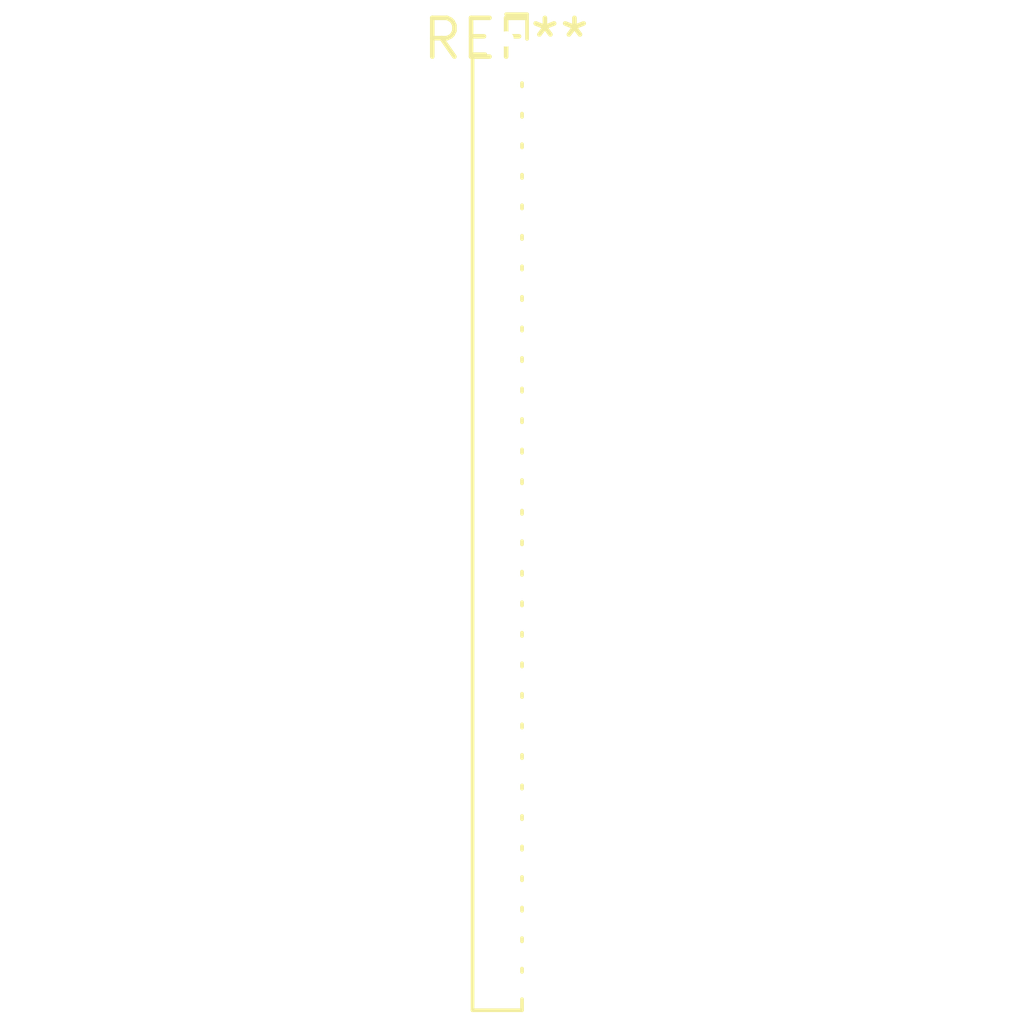
<source format=kicad_pcb>
(kicad_pcb (version 20240108) (generator pcbnew)
  (layers (0 "F.Cu" signal) (31 "B.Cu" signal) (34 "B.Paste" user) (35 "F.Paste" user) (36 "B.SilkS" user "B.Silkscreen") (37 "F.SilkS" user "F.Silkscreen") (38 "B.Mask" user) (39 "F.Mask" user) (44 "Edge.Cuts" user))
  (net 0 "")
  (footprint "PinSocket_1x32_P1.00mm_Vertical" (layer "F.Cu") (at 0 0)
    (property "Reference" "REF**")
    (property "Value" "PinSocket_1x32_P1.00mm_Vertical")
    (fp_line (start -1.1 0.5) (end -1.1 31.81) (layer "F.SilkS") (stroke (width 0.12)))
    (fp_line (start -1.1 0.5) (end -0.685 0.5) (layer "F.SilkS") (stroke (width 0.12)))
    (fp_line (start -1.1 31.81) (end 0.52 31.81) (layer "F.SilkS") (stroke (width 0.12)))
    (fp_line (start 0 -0.81) (end 0.685 -0.81) (layer "F.SilkS") (stroke (width 0.12)))
    (fp_line (start 0.52 1.445898) (end 0.52 1.554102) (layer "F.SilkS") (stroke (width 0.12)))
    (fp_line (start 0.52 2.445898) (end 0.52 2.554102) (layer "F.SilkS") (stroke (width 0.12)))
    (fp_line (start 0.52 3.445898) (end 0.52 3.554102) (layer "F.SilkS") (stroke (width 0.12)))
    (fp_line (start 0.52 4.445898) (end 0.52 4.554102) (layer "F.SilkS") (stroke (width 0.12)))
    (fp_line (start 0.52 5.445898) (end 0.52 5.554102) (layer "F.SilkS") (stroke (width 0.12)))
    (fp_line (start 0.52 6.445898) (end 0.52 6.554102) (layer "F.SilkS") (stroke (width 0.12)))
    (fp_line (start 0.52 7.445898) (end 0.52 7.554102) (layer "F.SilkS") (stroke (width 0.12)))
    (fp_line (start 0.52 8.445898) (end 0.52 8.554102) (layer "F.SilkS") (stroke (width 0.12)))
    (fp_line (start 0.52 9.445898) (end 0.52 9.554102) (layer "F.SilkS") (stroke (width 0.12)))
    (fp_line (start 0.52 10.445898) (end 0.52 10.554102) (layer "F.SilkS") (stroke (width 0.12)))
    (fp_line (start 0.52 11.445898) (end 0.52 11.554102) (layer "F.SilkS") (stroke (width 0.12)))
    (fp_line (start 0.52 12.445898) (end 0.52 12.554102) (layer "F.SilkS") (stroke (width 0.12)))
    (fp_line (start 0.52 13.445898) (end 0.52 13.554102) (layer "F.SilkS") (stroke (width 0.12)))
    (fp_line (start 0.52 14.445898) (end 0.52 14.554102) (layer "F.SilkS") (stroke (width 0.12)))
    (fp_line (start 0.52 15.445898) (end 0.52 15.554102) (layer "F.SilkS") (stroke (width 0.12)))
    (fp_line (start 0.52 16.445898) (end 0.52 16.554102) (layer "F.SilkS") (stroke (width 0.12)))
    (fp_line (start 0.52 17.445898) (end 0.52 17.554102) (layer "F.SilkS") (stroke (width 0.12)))
    (fp_line (start 0.52 18.445898) (end 0.52 18.554102) (layer "F.SilkS") (stroke (width 0.12)))
    (fp_line (start 0.52 19.445898) (end 0.52 19.554102) (layer "F.SilkS") (stroke (width 0.12)))
    (fp_line (start 0.52 20.445898) (end 0.52 20.554102) (layer "F.SilkS") (stroke (width 0.12)))
    (fp_line (start 0.52 21.445898) (end 0.52 21.554102) (layer "F.SilkS") (stroke (width 0.12)))
    (fp_line (start 0.52 22.445898) (end 0.52 22.554102) (layer "F.SilkS") (stroke (width 0.12)))
    (fp_line (start 0.52 23.445898) (end 0.52 23.554102) (layer "F.SilkS") (stroke (width 0.12)))
    (fp_line (start 0.52 24.445898) (end 0.52 24.554102) (layer "F.SilkS") (stroke (width 0.12)))
    (fp_line (start 0.52 25.445898) (end 0.52 25.554102) (layer "F.SilkS") (stroke (width 0.12)))
    (fp_line (start 0.52 26.445898) (end 0.52 26.554102) (layer "F.SilkS") (stroke (width 0.12)))
    (fp_line (start 0.52 27.445898) (end 0.52 27.554102) (layer "F.SilkS") (stroke (width 0.12)))
    (fp_line (start 0.52 28.445898) (end 0.52 28.554102) (layer "F.SilkS") (stroke (width 0.12)))
    (fp_line (start 0.52 29.445898) (end 0.52 29.554102) (layer "F.SilkS") (stroke (width 0.12)))
    (fp_line (start 0.52 30.445898) (end 0.52 30.554102) (layer "F.SilkS") (stroke (width 0.12)))
    (fp_line (start 0.52 31.445898) (end 0.52 31.81) (layer "F.SilkS") (stroke (width 0.12)))
    (fp_line (start 0.685 -0.81) (end 0.685 0) (layer "F.SilkS") (stroke (width 0.12)))
    (pad "1" thru_hole rect (at 0 0) (size 0.85 0.85) (drill 0.5) (layers *.Cu *.Mask) (remove_unused_layers))
    (pad "2" thru_hole oval (at 0 1) (size 0.85 0.85) (drill 0.5) (layers *.Cu *.Mask) (remove_unused_layers))
    (pad "3" thru_hole oval (at 0 2) (size 0.85 0.85) (drill 0.5) (layers *.Cu *.Mask) (remove_unused_layers))
    (pad "4" thru_hole oval (at 0 3) (size 0.85 0.85) (drill 0.5) (layers *.Cu *.Mask) (remove_unused_layers))
    (pad "5" thru_hole oval (at 0 4) (size 0.85 0.85) (drill 0.5) (layers *.Cu *.Mask) (remove_unused_layers))
    (pad "6" thru_hole oval (at 0 5) (size 0.85 0.85) (drill 0.5) (layers *.Cu *.Mask) (remove_unused_layers))
    (pad "7" thru_hole oval (at 0 6) (size 0.85 0.85) (drill 0.5) (layers *.Cu *.Mask) (remove_unused_layers))
    (pad "8" thru_hole oval (at 0 7) (size 0.85 0.85) (drill 0.5) (layers *.Cu *.Mask) (remove_unused_layers))
    (pad "9" thru_hole oval (at 0 8) (size 0.85 0.85) (drill 0.5) (layers *.Cu *.Mask) (remove_unused_layers))
    (pad "10" thru_hole oval (at 0 9) (size 0.85 0.85) (drill 0.5) (layers *.Cu *.Mask) (remove_unused_layers))
    (pad "11" thru_hole oval (at 0 10) (size 0.85 0.85) (drill 0.5) (layers *.Cu *.Mask) (remove_unused_layers))
    (pad "12" thru_hole oval (at 0 11) (size 0.85 0.85) (drill 0.5) (layers *.Cu *.Mask) (remove_unused_layers))
    (pad "13" thru_hole oval (at 0 12) (size 0.85 0.85) (drill 0.5) (layers *.Cu *.Mask) (remove_unused_layers))
    (pad "14" thru_hole oval (at 0 13) (size 0.85 0.85) (drill 0.5) (layers *.Cu *.Mask) (remove_unused_layers))
    (pad "15" thru_hole oval (at 0 14) (size 0.85 0.85) (drill 0.5) (layers *.Cu *.Mask) (remove_unused_layers))
    (pad "16" thru_hole oval (at 0 15) (size 0.85 0.85) (drill 0.5) (layers *.Cu *.Mask) (remove_unused_layers))
    (pad "17" thru_hole oval (at 0 16) (size 0.85 0.85) (drill 0.5) (layers *.Cu *.Mask) (remove_unused_layers))
    (pad "18" thru_hole oval (at 0 17) (size 0.85 0.85) (drill 0.5) (layers *.Cu *.Mask) (remove_unused_layers))
    (pad "19" thru_hole oval (at 0 18) (size 0.85 0.85) (drill 0.5) (layers *.Cu *.Mask) (remove_unused_layers))
    (pad "20" thru_hole oval (at 0 19) (size 0.85 0.85) (drill 0.5) (layers *.Cu *.Mask) (remove_unused_layers))
    (pad "21" thru_hole oval (at 0 20) (size 0.85 0.85) (drill 0.5) (layers *.Cu *.Mask) (remove_unused_layers))
    (pad "22" thru_hole oval (at 0 21) (size 0.85 0.85) (drill 0.5) (layers *.Cu *.Mask) (remove_unused_layers))
    (pad "23" thru_hole oval (at 0 22) (size 0.85 0.85) (drill 0.5) (layers *.Cu *.Mask) (remove_unused_layers))
    (pad "24" thru_hole oval (at 0 23) (size 0.85 0.85) (drill 0.5) (layers *.Cu *.Mask) (remove_unused_layers))
    (pad "25" thru_hole oval (at 0 24) (size 0.85 0.85) (drill 0.5) (layers *.Cu *.Mask) (remove_unused_layers))
    (pad "26" thru_hole oval (at 0 25) (size 0.85 0.85) (drill 0.5) (layers *.Cu *.Mask) (remove_unused_layers))
    (pad "27" thru_hole oval (at 0 26) (size 0.85 0.85) (drill 0.5) (layers *.Cu *.Mask) (remove_unused_layers))
    (pad "28" thru_hole oval (at 0 27) (size 0.85 0.85) (drill 0.5) (layers *.Cu *.Mask) (remove_unused_layers))
    (pad "29" thru_hole oval (at 0 28) (size 0.85 0.85) (drill 0.5) (layers *.Cu *.Mask) (remove_unused_layers))
    (pad "30" thru_hole oval (at 0 29) (size 0.85 0.85) (drill 0.5) (layers *.Cu *.Mask) (remove_unused_layers))
    (pad "31" thru_hole oval (at 0 30) (size 0.85 0.85) (drill 0.5) (layers *.Cu *.Mask) (remove_unused_layers))
    (pad "32" thru_hole oval (at 0 31) (size 0.85 0.85) (drill 0.5) (layers *.Cu *.Mask) (remove_unused_layers))
  )
)
</source>
